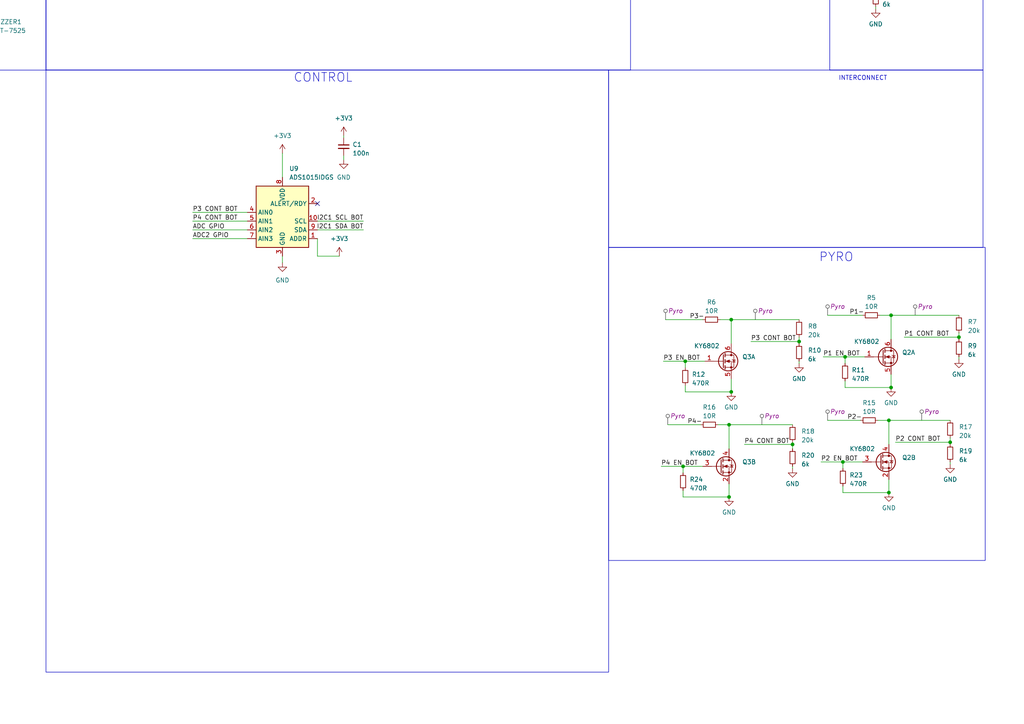
<source format=kicad_sch>
(kicad_sch (version 20230121) (generator eeschema)
  (paper "A4")
  (lib_symbols
    (symbol "Analog_ADC:ADS1015IDGS"
      (property "Reference" "U" (at 2.54 13.97 0))
      (property "Value" "ADS1015IDGS" (at 7.62 11.43 0))
      (symbol "ADS1015IDGS_1_1"
        (pin input line (at 10.16 -5.08 180) (length 2.54) (name "ADDR") (number "1"))
        (pin input line (at 10.16 0 180) (length 2.54) (name "SCL") (number "10"))
        (pin output line (at 10.16 5.08 180) (length 2.54) (name "ALERT/RDY") (number "2"))
        (pin power_in line (at 0 -10.16 90) (length 2.54) (name "GND") (number "3"))
        (pin input line (at -10.16 2.54 0) (length 2.54) (name "AIN0") (number "4"))
        (pin input line (at -10.16 0 0) (length 2.54) (name "AIN1") (number "5"))
        (pin input line (at -10.16 -2.54 0) (length 2.54) (name "AIN2") (number "6"))
        (pin input line (at -10.16 -5.08 0) (length 2.54) (name "AIN3") (number "7"))
        (pin power_in line (at 0 12.7 270) (length 2.54) (name "VDD") (number "8"))
        (pin bidirectional line (at 10.16 -2.54 180) (length 2.54) (name "SDA") (number "9"))
      )
    )
    (symbol "Connector:Screw_Terminal_01x08" (pin_names (offset 1.016) hide)
      (property "Reference" "J" (at 0 10.16 0))
      (property "Value" "Screw_Terminal_01x08" (at 0 -12.7 0))
      (symbol "Screw_Terminal_01x08_1_1"
        (pin passive line (at -5.08 7.62 0) (length 3.81) (name "Pin_1") (number "1"))
        (pin passive line (at -5.08 5.08 0) (length 3.81) (name "Pin_2") (number "2"))
        (pin passive line (at -5.08 2.54 0) (length 3.81) (name "Pin_3") (number "3"))
        (pin passive line (at -5.08 0 0) (length 3.81) (name "Pin_4") (number "4"))
        (pin passive line (at -5.08 -2.54 0) (length 3.81) (name "Pin_5") (number "5"))
        (pin passive line (at -5.08 -5.08 0) (length 3.81) (name "Pin_6") (number "6"))
        (pin passive line (at -5.08 -7.62 0) (length 3.81) (name "Pin_7") (number "7"))
        (pin passive line (at -5.08 -10.16 0) (length 3.81) (name "Pin_8") (number "8"))
      )
    )
    (symbol "Connector:TestPoint" (pin_numbers hide) (pin_names (offset 0.762) hide)
      (property "Reference" "TP" (at 0 6.858 0))
      (property "Value" "TestPoint" (at 0 5.08 0))
      (symbol "TestPoint_1_1"
        (pin passive line (at 0 0 90) (length 2.54) (name "1") (number "1"))
      )
    )
    (symbol "Device:C_Small" (pin_numbers hide) (pin_names (offset 0.254) hide)
      (property "Reference" "C" (at 0.254 1.778 0))
      (property "Value" "C_Small" (at 0.254 -2.032 0))
      (symbol "C_Small_1_1"
        (pin passive line (at 0 2.54 270) (length 2.032) (name "~") (number "1"))
        (pin passive line (at 0 -2.54 90) (length 2.032) (name "~") (number "2"))
      )
    )
    (symbol "Device:Fuse_Small" (pin_numbers hide) (pin_names (offset 0.254) hide)
      (property "Reference" "F" (at 0 -1.524 0))
      (property "Value" "Fuse_Small" (at 0 1.524 0))
      (symbol "Fuse_Small_1_1"
        (pin passive line (at -2.54 0 0) (length 1.27) (name "~") (number "1"))
        (pin passive line (at 2.54 0 180) (length 1.27) (name "~") (number "2"))
      )
    )
    (symbol "Device:LED" (pin_numbers hide) (pin_names (offset 1.016) hide)
      (property "Reference" "D" (at 0 2.54 0))
      (property "Value" "LED" (at 0 -2.54 0))
      (symbol "LED_1_1"
        (pin passive line (at -3.81 0 0) (length 2.54) (name "K") (number "1"))
        (pin passive line (at 3.81 0 180) (length 2.54) (name "A") (number "2"))
      )
    )
    (symbol "Device:Q_Dual_NMOS_G1S2G2D2S1D1" (pin_names (offset 0) hide)
      (property "Reference" "Q" (at 6.35 1.27 0))
      (property "Value" "Q_Dual_NMOS_G1S2G2D2S1D1" (at 19.05 -1.27 0))
      (symbol "Q_Dual_NMOS_G1S2G2D2S1D1_1_1"
        (pin input line (at -5.08 0 0) (length 2.54) (name "G") (number "1"))
        (pin passive line (at 2.54 -5.08 90) (length 2.54) (name "S") (number "5"))
        (pin passive line (at 2.54 5.08 270) (length 2.54) (name "D") (number "6"))
      )
      (symbol "Q_Dual_NMOS_G1S2G2D2S1D1_2_1"
        (pin passive line (at 2.54 -5.08 90) (length 2.54) (name "S") (number "2"))
        (pin input line (at -5.08 0 0) (length 2.54) (name "G") (number "3"))
        (pin passive line (at 2.54 5.08 270) (length 2.54) (name "D") (number "4"))
      )
    )
    (symbol "Device:R_Small" (pin_numbers hide) (pin_names (offset 0.254) hide)
      (property "Reference" "R" (at 0.762 0.508 0))
      (property "Value" "R_Small" (at 0.762 -1.016 0))
      (symbol "R_Small_1_1"
        (pin passive line (at 0 2.54 270) (length 0.762) (name "~") (number "1"))
        (pin passive line (at 0 -2.54 90) (length 0.762) (name "~") (number "2"))
      )
    )
    (symbol "Regulator_Linear:AMS1117-3.3"
      (property "Reference" "U" (at -3.81 3.175 0))
      (property "Value" "AMS1117-3.3" (at 0 3.175 0))
      (symbol "AMS1117-3.3_1_1"
        (pin power_in line (at 0 -7.62 90) (length 2.54) (name "GND") (number "1"))
        (pin power_out line (at 7.62 0 180) (length 2.54) (name "VO") (number "2"))
        (pin power_in line (at -7.62 0 0) (length 2.54) (name "VI") (number "3"))
      )
    )
    (symbol "Regulator_Linear:AMS1117-5.0"
      (property "Reference" "U" (at -3.81 3.175 0))
      (property "Value" "AMS1117-5.0" (at 0 3.175 0))
      (symbol "AMS1117-5.0_1_1"
        (pin power_in line (at 0 -7.62 90) (length 2.54) (name "GND") (number "1"))
        (pin power_out line (at 7.62 0 180) (length 2.54) (name "VO") (number "2"))
        (pin power_in line (at -7.62 0 0) (length 2.54) (name "VI") (number "3"))
      )
    )
    (symbol "Transistor_FET:AO3401A" (pin_names hide)
      (property "Reference" "Q" (at 5.08 1.905 0))
      (property "Value" "AO3401A" (at 5.08 0 0))
      (symbol "AO3401A_1_1"
        (pin input line (at -5.08 0 0) (length 2.54) (name "G") (number "1"))
        (pin passive line (at 2.54 -5.08 90) (length 2.54) (name "S") (number "2"))
        (pin passive line (at 2.54 5.08 270) (length 2.54) (name "D") (number "3"))
      )
    )
    (symbol "easyeda2kicad:FM-Z2727RGBA-SH"
      (property "Reference" "LED" (at 0 10.16 0))
      (property "Value" "FM-Z2727RGBA-SH" (at 0 -10.16 0))
      (symbol "FM-Z2727RGBA-SH_0_1"
        (pin unspecified line (at -5.08 -5.08 0) (length 2.54) (name "-") (number "1"))
        (pin unspecified line (at -5.08 0 0) (length 2.54) (name "-") (number "2"))
        (pin unspecified line (at -5.08 5.08 0) (length 2.54) (name "-") (number "3"))
        (pin unspecified line (at 5.08 5.08 180) (length 2.54) (name "+") (number "4"))
        (pin unspecified line (at 5.08 0 180) (length 2.54) (name "+") (number "5"))
        (pin unspecified line (at 5.08 -5.08 180) (length 2.54) (name "+") (number "6"))
      )
    )
    (symbol "easyeda2kicad:MLT-7525"
      (property "Reference" "BUZZER" (at 0 10.16 0))
      (property "Value" "MLT-7525" (at 0 -7.62 0))
      (symbol "MLT-7525_0_1"
        (pin unspecified line (at 5.08 0 180) (length 5.08) (name "+") (number "1"))
        (pin unspecified line (at 5.08 2.54 180) (length 5.08) (name "-") (number "2"))
        (pin unspecified line (at 5.08 5.08 180) (length 5.08) (name "3") (number "3"))
        (pin unspecified line (at 5.08 -2.54 180) (length 5.08) (name "4") (number "4"))
      )
    )
    (symbol "power:+12P" (power) (pin_names (offset 0))
      (property "Value" "+12P" (at 0 3.556 0))
      (symbol "+12P_1_1"
        (pin power_in line (at 0 0 90) (length 0) hide (name "+12P") (number "1"))
      )
    )
    (symbol "power:+12V" (power) (pin_names (offset 0))
      (property "Value" "+12V" (at 0 3.556 0))
      (symbol "+12V_1_1"
        (pin power_in line (at 0 0 90) (length 0) hide (name "+12V") (number "1"))
      )
    )
    (symbol "power:+12VA" (power) (pin_names (offset 0))
      (property "Value" "+12VA" (at 0 3.556 0))
      (symbol "+12VA_1_1"
        (pin power_in line (at 0 0 90) (length 0) hide (name "+12VA") (number "1"))
      )
    )
    (symbol "power:+3V3" (power) (pin_names (offset 0))
      (property "Value" "+3V3" (at 0 3.556 0))
      (symbol "+3V3_1_1"
        (pin power_in line (at 0 0 90) (length 0) hide (name "+3V3") (number "1"))
      )
    )
    (symbol "power:+5VD" (power) (pin_names (offset 0))
      (property "Value" "+5VD" (at 0 3.556 0))
      (symbol "+5VD_1_1"
        (pin power_in line (at 0 0 90) (length 0) hide (name "+5VD") (number "1"))
      )
    )
    (symbol "power:+BATT" (power) (pin_names (offset 0))
      (property "Value" "+BATT" (at 0 3.556 0))
      (symbol "+BATT_1_1"
        (pin power_in line (at 0 0 90) (length 0) hide (name "+BATT") (number "1"))
      )
    )
    (symbol "power:GND" (power) (pin_names (offset 0))
      (property "Value" "GND" (at 0 -3.81 0))
      (symbol "GND_1_1"
        (pin power_in line (at 0 0 270) (length 0) hide (name "GND") (number "1"))
      )
    )
  )
  (junction (at 254 -3.81))
  (junction (at 211.455 144.145))
  (junction (at 464.82 83.82))
  (junction (at -13.97 -10.795))
  (junction (at -13.97 -10.7863))
  (junction (at 275.59 128.27))
  (junction (at 257.81 142.875))
  (junction (at 446.405 75.565))
  (junction (at 231.775 99.06))
  (junction (at 198.12 135.255))
  (junction (at 198.755 104.775))
  (junction (at 244.475 133.985))
  (junction (at 229.87 128.905))
  (junction (at 278.13 97.79))
  (junction (at 370.205 77.47))
  (junction (at -14.605 -10.795))
  (junction (at 388.62 85.725))
  (junction (at -18.415 8.89))
  (junction (at -19.685 6.35))
  (junction (at 258.445 91.44))
  (junction (at 211.455 123.19))
  (junction (at 258.445 112.395))
  (junction (at 457.835 110.49))
  (junction (at 245.11 103.505))
  (junction (at 466.725 104.775))
  (junction (at 457.835 104.775))
  (junction (at 416.56 92.71))
  (junction (at 478.155 75.565))
  (junction (at 212.09 113.665))
  (junction (at 410.845 77.47))
  (junction (at 401.955 77.47))
  (junction (at 257.81 121.92))
  (junction (at 212.09 92.71))
  (junction (at 416.56 104.775))
  (no_connect (at 92.075 59.055))
  (wire (pts (xy 240.03 121.92) (xy 249.555 121.92)))
  (wire (pts (xy 55.88 61.595) (xy 71.755 61.595)))
  (wire (pts (xy 416.56 104.775) (xy 421.64 104.775)))
  (wire (pts (xy 259.715 128.27) (xy 275.59 128.27)))
  (wire (pts (xy 245.11 105.41) (xy 245.11 103.505)))
  (wire (pts (xy 429.26 144.78) (xy 433.07 144.78)))
  (wire (pts (xy 211.455 140.335) (xy 211.455 144.145)))
  (wire (pts (xy -13.829 -15.8663) (xy -15.099 -15.8663)))
  (wire (pts (xy 198.12 144.145) (xy 198.12 142.24)))
  (wire (pts (xy 464.82 83.82) (xy 478.155 83.82)))
  (wire (pts (xy 401.955 77.47) (xy 410.845 77.47)))
  (wire (pts (xy 478.155 83.82) (xy 478.155 81.28)))
  (wire (pts (xy 370.205 77.47) (xy 370.205 78.105)))
  (wire (pts (xy 254.635 121.92) (xy 257.81 121.92)))
  (wire (pts (xy -18.415 8.89) (xy -18.415 11.43)))
  (wire (pts (xy 231.775 104.775) (xy 231.775 105.41)))
  (wire (pts (xy 92.075 74.295) (xy 98.425 74.295)))
  (wire (pts (xy -20.955 8.89) (xy -18.415 8.89)))
  (wire (pts (xy 381 77.47) (xy 370.205 77.47)))
  (wire (pts (xy 231.775 99.06) (xy 231.775 99.695)))
  (wire (pts (xy 478.155 75.565) (xy 478.155 76.2)))
  (wire (pts (xy 396.24 104.775) (xy 403.225 104.775)))
  (wire (pts (xy 257.81 121.92) (xy 257.81 128.905)))
  (wire (pts (xy 55.88 69.215) (xy 71.755 69.215)))
  (wire (pts (xy 440.69 75.565) (xy 446.405 75.565)))
  (wire (pts (xy 369.57 110.49) (xy 369.57 111.76)))
  (wire (pts (xy 198.755 104.775) (xy 204.47 104.775)))
  (wire (pts (xy 212.09 109.855) (xy 212.09 113.665)))
  (wire (pts (xy 211.455 123.19) (xy 211.455 130.175)))
  (wire (pts (xy -27.164 6.3587) (xy -19.685 6.3587)))
  (wire (pts (xy 396.24 77.47) (xy 401.955 77.47)))
  (wire (pts (xy 369.57 102.87) (xy 369.57 101.6)))
  (wire (pts (xy 388.62 85.725) (xy 401.955 85.725)))
  (wire (pts (xy 99.695 45.085) (xy 99.695 46.355)))
  (wire (pts (xy 412.75 155.575) (xy 412.75 154.305)))
  (wire (pts (xy 244.475 135.89) (xy 244.475 133.985)))
  (wire (pts (xy -15.099 -15.8663) (xy -15.099 -15.875)))
  (wire (pts (xy 422.91 142.24) (xy 433.07 142.24)))
  (wire (pts (xy 255.27 91.44) (xy 258.445 91.44)))
  (wire (pts (xy 446.405 75.565) (xy 446.405 76.2)))
  (wire (pts (xy 191.77 135.255) (xy 198.12 135.255)))
  (wire (pts (xy 413.385 104.775) (xy 416.56 104.775)))
  (wire (pts (xy -34.29 -15.875) (xy -24.765 -15.875)))
  (wire (pts (xy 417.195 77.47) (xy 410.845 77.47)))
  (wire (pts (xy 466.725 110.49) (xy 457.835 110.49)))
  (wire (pts (xy 401.955 77.47) (xy 401.955 78.105)))
  (wire (pts (xy 258.445 91.44) (xy 278.13 91.44)))
  (wire (pts (xy 370.205 85.725) (xy 388.62 85.725)))
  (wire (pts (xy -19.685 3.81) (xy -16.51 3.81)))
  (wire (pts (xy -18.415 11.43) (xy -16.51 11.43)))
  (wire (pts (xy 6.35 -19.685) (xy 6.35 -20.955)))
  (wire (pts (xy 245.11 112.395) (xy 245.11 110.49)))
  (wire (pts (xy 396.24 151.765) (xy 398.78 151.765)))
  (wire (pts (xy -15.734 -10.795) (xy -14.605 -10.795)))
  (wire (pts (xy 471.17 104.775) (xy 466.725 104.775)))
  (wire (pts (xy 416.56 91.44) (xy 416.56 92.71)))
  (wire (pts (xy 198.12 135.255) (xy 203.835 135.255)))
  (wire (pts (xy 254 -5.08) (xy 254 -3.81)))
  (wire (pts (xy -13.829 -15.8663) (xy -13.829 -10.7863)))
  (wire (pts (xy -19.685 6.35) (xy -19.685 3.81)))
  (wire (pts (xy 212.09 92.71) (xy 212.09 99.695)))
  (wire (pts (xy 211.455 144.145) (xy 198.12 144.145)))
  (wire (pts (xy 278.13 103.505) (xy 278.13 104.14)))
  (wire (pts (xy 254 -3.81) (xy 254 -3.175)))
  (wire (pts (xy 254 -10.795) (xy 254 -10.16)))
  (wire (pts (xy 278.13 97.79) (xy 278.13 98.425)))
  (wire (pts (xy -20.955 9.525) (xy -20.955 8.89)))
  (wire (pts (xy 257.81 121.92) (xy 275.59 121.92)))
  (wire (pts (xy 429.26 154.94) (xy 433.07 154.94)))
  (wire (pts (xy 55.88 64.135) (xy 71.755 64.135)))
  (wire (pts (xy 466.725 109.855) (xy 466.725 110.49)))
  (wire (pts (xy 215.9 128.905) (xy 229.87 128.905)))
  (wire (pts (xy 193.675 123.19) (xy 203.2 123.19)))
  (wire (pts (xy -7.62 -10.795) (xy -5.715 -10.795)))
  (wire (pts (xy 262.255 97.79) (xy 278.13 97.79)))
  (wire (pts (xy 217.805 99.06) (xy 231.775 99.06)))
  (wire (pts (xy 483.87 140.335) (xy 473.075 140.335)))
  (wire (pts (xy 396.24 144.145) (xy 414.655 144.145)))
  (wire (pts (xy 6.35 -12.065) (xy 6.35 -10.795)))
  (wire (pts (xy 369.57 95.25) (xy 369.57 96.52)))
  (wire (pts (xy 275.59 128.27) (xy 275.59 128.905)))
  (wire (pts (xy -13.97 -10.7863) (xy -15.734 -10.7863)))
  (wire (pts (xy 422.91 147.32) (xy 433.07 147.32)))
  (wire (pts (xy 370.205 83.185) (xy 370.205 85.725)))
  (wire (pts (xy 401.955 85.725) (xy 401.955 83.185)))
  (wire (pts (xy 198.12 137.16) (xy 198.12 135.255)))
  (wire (pts (xy 422.91 157.48) (xy 433.07 157.48)))
  (wire (pts (xy 258.445 108.585) (xy 258.445 112.395)))
  (wire (pts (xy 231.775 97.79) (xy 231.775 99.06)))
  (wire (pts (xy 426.72 104.775) (xy 457.835 104.775)))
  (wire (pts (xy -13.829 -10.7863) (xy -13.97 -10.7863)))
  (wire (pts (xy 364.49 77.47) (xy 370.205 77.47)))
  (wire (pts (xy 416.56 92.71) (xy 421.64 92.71)))
  (wire (pts (xy 92.075 69.215) (xy 92.075 74.295)))
  (wire (pts (xy 212.09 92.71) (xy 231.775 92.71)))
  (wire (pts (xy 240.03 91.44) (xy 250.19 91.44)))
  (wire (pts (xy 238.76 103.505) (xy 245.11 103.505)))
  (wire (pts (xy 472.44 75.565) (xy 478.155 75.565)))
  (wire (pts (xy 466.725 104.775) (xy 457.835 104.775)))
  (wire (pts (xy 212.09 113.665) (xy 198.755 113.665)))
  (wire (pts (xy 464.82 83.185) (xy 464.82 83.82)))
  (wire (pts (xy 396.24 156.845) (xy 398.78 156.845)))
  (wire (pts (xy 208.28 123.19) (xy 211.455 123.19)))
  (wire (pts (xy 257.81 139.065) (xy 257.81 142.875)))
  (wire (pts (xy 422.91 152.4) (xy 433.07 152.4)))
  (wire (pts (xy -13.97 -10.795) (xy -12.7 -10.795)))
  (wire (pts (xy 193.04 92.71) (xy 203.835 92.71)))
  (wire (pts (xy 6.35 -27.305) (xy 6.35 -26.035)))
  (wire (pts (xy 81.915 44.45) (xy 81.915 51.435)))
  (wire (pts (xy -15.099 -15.875) (xy -14.605 -15.875)))
  (wire (pts (xy 229.87 128.27) (xy 229.87 128.905)))
  (wire (pts (xy 396.24 149.225) (xy 398.78 149.225)))
  (wire (pts (xy 429.26 139.7) (xy 433.07 139.7)))
  (wire (pts (xy 483.87 135.255) (xy 473.075 135.255)))
  (wire (pts (xy 278.13 96.52) (xy 278.13 97.79)))
  (wire (pts (xy -14.605 -10.795) (xy -13.97 -10.795)))
  (wire (pts (xy 275.59 133.985) (xy 275.59 134.62)))
  (wire (pts (xy 457.2 75.565) (xy 446.405 75.565)))
  (wire (pts (xy 410.845 78.105) (xy 410.845 77.47)))
  (wire (pts (xy 229.87 128.905) (xy 229.87 130.175)))
  (wire (pts (xy 396.24 146.685) (xy 402.59 146.685)))
  (wire (pts (xy 457.835 109.855) (xy 457.835 110.49)))
  (wire (pts (xy 244.475 133.985) (xy 250.19 133.985)))
  (wire (pts (xy 92.075 64.135) (xy 105.41 64.135)))
  (wire (pts (xy 229.87 135.255) (xy 229.87 135.89)))
  (wire (pts (xy 478.155 75.565) (xy 492.76 75.565)))
  (wire (pts (xy 258.445 112.395) (xy 245.11 112.395)))
  (wire (pts (xy -34.29 -10.795) (xy -24.765 -10.795)))
  (wire (pts (xy 275.59 127) (xy 275.59 128.27)))
  (wire (pts (xy 92.075 66.675) (xy 105.41 66.675)))
  (wire (pts (xy -18.415 8.89) (xy -16.51 8.89)))
  (wire (pts (xy 416.56 92.71) (xy 416.56 93.98)))
  (wire (pts (xy -13.97 -10.7863) (xy -13.97 -10.795)))
  (wire (pts (xy 388.62 85.09) (xy 388.62 85.725)))
  (wire (pts (xy -34.29 -5.715) (xy -24.765 -5.715)))
  (wire (pts (xy 211.455 123.19) (xy 229.87 123.19)))
  (wire (pts (xy 198.755 113.665) (xy 198.755 111.76)))
  (wire (pts (xy -19.685 6.35) (xy -16.51 6.35)))
  (wire (pts (xy 257.81 142.875) (xy 244.475 142.875)))
  (wire (pts (xy 416.56 99.06) (xy 416.56 104.775)))
  (wire (pts (xy -13.97 -5.715) (xy -13.97 -10.7863)))
  (wire (pts (xy 446.405 81.28) (xy 446.405 83.82)))
  (wire (pts (xy 208.915 92.71) (xy 212.09 92.71)))
  (wire (pts (xy 388.62 86.36) (xy 388.62 85.725)))
  (wire (pts (xy 464.82 84.455) (xy 464.82 83.82)))
  (wire (pts (xy 99.695 39.37) (xy 99.695 40.005)))
  (wire (pts (xy 368.3 137.795) (xy 378.46 137.795)))
  (wire (pts (xy 429.26 149.86) (xy 433.07 149.86)))
  (wire (pts (xy 198.755 106.68) (xy 198.755 104.775)))
  (wire (pts (xy -19.685 6.3587) (xy -19.685 6.35)))
  (wire (pts (xy -15.734 -10.7863) (xy -15.734 -10.795)))
  (wire (pts (xy 81.915 74.295) (xy 81.915 76.2)))
  (wire (pts (xy 254 1.905) (xy 254 2.54)))
  (wire (pts (xy 258.445 91.44) (xy 258.445 98.425)))
  (wire (pts (xy 238.125 133.985) (xy 244.475 133.985)))
  (wire (pts (xy 245.11 103.505) (xy 250.825 103.505)))
  (wire (pts (xy 412.75 154.305) (xy 396.24 154.305)))
  (wire (pts (xy 192.405 104.775) (xy 198.755 104.775)))
  (wire (pts (xy 244.475 142.875) (xy 244.475 140.97)))
  (wire (pts (xy 446.405 83.82) (xy 464.82 83.82)))
  (wire (pts (xy 55.88 66.675) (xy 71.755 66.675)))
  (wire (pts (xy 254 -3.81) (xy 275.59 -3.81)))
  (wire (pts (xy -14.605 -5.715) (xy -13.97 -5.715)))
  (rectangle (start 176.53 20.32) (end 285.115 71.755))
  (rectangle (start 13.335 -15.875) (end 182.88 20.3113))
  (rectangle (start 347.345 62.865) (end 496.57 120.65))
  (rectangle (start 176.53 71.755) (end 285.75 162.56))
  (rectangle (start 13.335 20.32) (end 176.53 194.945))
  (rectangle (start 240.665 -29.845) (end 285.115 20.32))
  (rectangle (start -38.1 -36.195) (end 13.335 20.3287))
  (text "I/O\n\n" (at 381 135.255 0) (effects (font (size 2.54 2.54)) (justify left bottom)))
  (text "INTERCONNECT" (at 243.205 23.495 0) (effects (font (size 1.27 1.27)) (justify left bottom)))
  (text "POWER\n" (at 418.465 70.485 0) (effects (font (size 2.54 2.54)) (justify left bottom)))
  (text "CONTROL\n" (at 85.09 24.13 0) (effects (font (size 2.54 2.54)) (justify left bottom)))
  (text "PYRO" (at 237.49 76.2 0) (effects (font (size 2.54 2.54)) (justify left bottom)))
  (text "BATTERY SENSING" (at 244.475 -24.13 0) (effects (font (size 2.54 2.54)) (justify left bottom)))
  (text "INDICATION" (at -18.415 -31.75 0) (effects (font (size 2.54 2.54)) (justify left bottom)))
  (label "P2-" (at 245.745 121.92 0))
  (label "LEDRED" (at -34.29 -15.875 0))
  (label "P4-" (at 429.26 139.7 0))
  (label "P3-" (at 429.26 144.78 0))
  (label "I2C1 SCL BOT" (at 105.41 64.135 180))
  (label "P3 EN BOT" (at 192.405 104.775 0))
  (label "LEDBLUE" (at -34.29 -5.715 0))
  (label "BATT SENSE BOT" (at 275.59 -3.81 180))
  (label "P4 EN BOT" (at 191.77 135.255 0))
  (label "P4-" (at 199.39 123.19 0))
  (label "P1-" (at 246.38 91.44 0))
  (label "P4 CONT BOT" (at 55.88 64.135 0))
  (label "P3 CONT BOT" (at 217.805 99.06 0))
  (label "P2 EN BOT" (at 238.125 133.985 0))
  (label "ADC GPIO" (at 55.88 66.675 0))
  (label "PYRO PWR" (at 422.91 142.24 0))
  (label "LEDGREEN" (at -34.29 -10.795 0))
  (label "I2C1 SDA BOT" (at 105.41 66.675 180))
  (label "BUZZER" (at -27.164 6.3587 0))
  (label "P1 CONT BOT" (at 262.255 97.79 0))
  (label "P2 CONT BOT" (at 259.715 128.27 0))
  (label "P1-" (at 429.26 154.94 0))
  (label "I2C0 SDA" (at 473.075 135.255 0))
  (label "PYRO PWR" (at 414.655 144.145 180))
  (label "ADC2 GPIO" (at 55.88 69.215 0))
  (label "P2-" (at 429.26 149.86 0))
  (label "I2C0 SCL" (at 473.075 140.335 0))
  (label "PYRO PWR" (at 422.91 147.32 0))
  (label "P1 EN BOT" (at 238.76 103.505 0))
  (label "PYRO PWR" (at 422.91 157.48 0))
  (label "PYRO PWR" (at 422.91 152.4 0))
  (label "P3-" (at 200.025 92.71 0))
  (label "P4 CONT BOT" (at 215.9 128.905 0))
  (label "P3 CONT BOT" (at 55.88 61.595 0))
  (netclass_flag "" (length 2.54) (shape round) (at 396.875 104.775 180) (property "Netclass" "Power" (at 397.5735 107.315 0) (effects (font italic) (justify left))))
  (netclass_flag "" (length 2.54) (shape round) (at 374.015 137.795 0) (property "Netclass" "Power" (at 374.7135 135.255 0) (effects (font italic) (justify left))))
  (netclass_flag "" (length 2.54) (shape round) (at 240.03 121.92 0) (property "Netclass" "Pyro" (at 240.7285 119.38 0) (effects (font italic) (justify left))))
  (netclass_flag "" (length 2.54) (shape round) (at 193.04 92.71 0) (property "Netclass" "Pyro" (at 193.7385 90.17 0) (effects (font italic) (justify left))))
  (netclass_flag "" (length 2.54) (shape round) (at 267.335 121.92 0) (property "Netclass" "Pyro" (at 268.0335 119.38 0) (effects (font italic) (justify left))))
  (netclass_flag "" (length 2.54) (shape round) (at 220.98 123.19 0) (property "Netclass" "Pyro" (at 221.6785 120.65 0) (effects (font italic) (justify left))))
  (netclass_flag "" (length 2.54) (shape round) (at 193.675 123.19 0) (property "Netclass" "Pyro" (at 194.3735 120.65 0) (effects (font italic) (justify left))))
  (netclass_flag "" (length 2.54) (shape round) (at 485.14 75.565 270) (property "Netclass" "Power" (at 487.68 74.8665 90) (effects (font italic) (justify left))))
  (netclass_flag "" (length 2.54) (shape round) (at 219.075 92.71 0) (property "Netclass" "Pyro" (at 219.7735 90.17 0) (effects (font italic) (justify left))))
  (netclass_flag "" (length 2.54) (shape round) (at 265.43 91.44 0) (property "Netclass" "Pyro" (at 266.1285 88.9 0) (effects (font italic) (justify left))))
  (netclass_flag "" (length 2.54) (shape round) (at 421.64 92.71 180) (property "Netclass" "Power" (at 422.3385 95.25 0) (effects (font italic) (justify left))))
  (netclass_flag "" (length 2.54) (shape round) (at 445.135 104.775 180) (property "Netclass" "Power" (at 445.8335 107.315 0) (effects (font italic) (justify left))))
  (netclass_flag "" (length 2.54) (shape round) (at 240.03 91.44 0) (property "Netclass" "Pyro" (at 240.7285 88.9 0) (effects (font italic) (justify left))))
  (symbol (lib_id "Device:R_Small") (at 252.73 91.44 90) (unit 1)
    (property "Reference" "R5" (at 252.73 86.36 90))
    (property "Value" "10R" (at 252.73 88.9 90))
    (property "Footprint" "Resistor_SMD:R_0402_1005Metric" (effects hide))
    (instances (project "Lyrav3" (path "" (reference "R5") (unit 1)) (path "" (reference "R17") (unit 1))) (project "Lyra V2" (path "" (reference "R5") (unit 1))))
  )
  (symbol (lib_id "power:+12VA") (at 440.69 75.565 90) (unit 1)
    (property "Reference" "#PWR03" (effects hide))
    (property "Value" "+12VA" (at 437.515 76.2 90) (effects (justify left)))
    (instances (project "Lyrav3" (path "" (reference "#PWR03") (unit 1)) (path "" (reference "#PWR081") (unit 1))) (project "Lyra V2" (path "" (reference "#PWR022") (unit 1))))
  )
  (symbol (lib_id "Device:LED") (at 6.35 -15.875 90) (unit 1)
    (property "Reference" "D3" (at 3.175 -13.6525 90) (effects (justify left)))
    (property "Value" "LED" (at 3.175 -15.875 90) (effects (justify left)))
    (property "Footprint" "LED_SMD:LED_0805_2012Metric" (effects hide))
    (instances (project "Lyrav3" (path "" (reference "D3") (unit 1)) (path "" (reference "D1") (unit 1))) (project "Lyra V2" (path "" (reference "D2") (unit 1))))
  )
  (symbol (lib_id "Device:R_Small") (at 278.13 100.965 0) (unit 1)
    (property "Reference" "R9" (at 280.67 100.33 0) (effects (justify left)))
    (property "Value" "6k" (at 280.67 102.87 0) (effects (justify left)))
    (property "Footprint" "Resistor_SMD:R_0402_1005Metric" (effects hide))
    (instances (project "Lyrav3" (path "" (reference "R9") (unit 1)) (path "" (reference "R27") (unit 1))) (project "Lyra V2" (path "" (reference "R9") (unit 1))))
  )
  (symbol (lib_id "Device:C_Small") (at 99.695 42.545 0) (unit 1)
    (property "Reference" "C1" (at 102.235 41.9163 0) (effects (justify left)))
    (property "Value" "100n" (at 102.235 44.4563 0) (effects (justify left)))
    (property "Footprint" "Capacitor_SMD:C_0402_1005Metric" (effects hide))
    (instances (project "Lyrav3" (path "" (reference "C1") (unit 1)) (path "" (reference "C1") (unit 1))) (project "Lyra V2" (path "" (reference "C30") (unit 1))))
  )
  (symbol (lib_id "Connector:TestPoint") (at 483.87 140.335 270) (unit 1)
    (property "Reference" "TP1" (at 489.585 139.065 90) (effects (justify left)))
    (property "Value" "TestPoint" (at 489.585 141.605 90) (effects (justify left)))
    (instances (project "Lyrav3" (path "" (reference "TP1") (unit 1)) (path "" (reference "TP2") (unit 1))))
  )
  (symbol (lib_id "power:GND") (at 369.57 111.76 0) (unit 1)
    (property "Reference" "#PWR031" (effects hide))
    (property "Value" "GND" (at 369.57 116.84 0))
    (instances (project "Lyrav3" (path "" (reference "#PWR031") (unit 1)) (path "" (reference "#PWR06") (unit 1))) (project "Lyra V2" (path "" (reference "#PWR04") (unit 1))))
  )
  (symbol (lib_id "power:GND") (at 212.09 113.665 0) (unit 1)
    (property "Reference" "#PWR062" (effects hide))
    (property "Value" "GND" (at 212.09 118.11 0))
    (instances (project "Lyrav3" (path "" (reference "#PWR062") (unit 1)) (path "" (reference "#PWR061") (unit 1))) (project "Lyra V2" (path "" (reference "#PWR034") (unit 1))))
  )
  (symbol (lib_id "Device:C_Small") (at 446.405 78.74 0) (unit 1)
    (property "Reference" "C4" (at 448.945 78.1113 0) (effects (justify left)))
    (property "Value" "22u" (at 448.945 80.6513 0) (effects (justify left)))
    (property "Footprint" "Capacitor_SMD:C_0603_1608Metric" (effects hide))
    (instances (project "Lyrav3" (path "" (reference "C4") (unit 1)) (path "" (reference "C4") (unit 1))) (project "Lyra V2" (path "" (reference "C2") (unit 1))))
  )
  (symbol (lib_id "power:GND") (at 254 2.54 0) (unit 1)
    (property "Reference" "#PWR046" (effects hide))
    (property "Value" "GND" (at 254 6.985 0))
    (instances (project "Lyrav3" (path "" (reference "#PWR046") (unit 1)) (path "" (reference "#PWR068") (unit 1))) (project "Lyra V2" (path "" (reference "#PWR047") (unit 1))))
  )
  (symbol (lib_id "Transistor_FET:AO3401A") (at 408.305 107.315 90) (unit 1)
    (property "Reference" "Q1" (at 408.305 99.06 90))
    (property "Value" "AO3401A" (at 408.305 101.6 90))
    (property "Footprint" "Package_TO_SOT_SMD:SOT-23" (effects hide))
    (property "Datasheet" "http://www.aosmd.com/pdfs/datasheet/AO3401A.pdf" (effects hide))
    (property "LCSC Part" "C306862" (effects hide))
  )
  (symbol (lib_id "Device:Q_Dual_NMOS_G1S2G2D2S1D1") (at 209.55 104.775 0) (unit 1)
    (property "Reference" "Q3" (at 215.265 103.505 0) (effects (justify left)))
    (property "Value" "KY6802" (at 201.295 100.33 0) (effects (justify left)))
    (property "Footprint" "easyeda2kicad:SOT-23-6_L2.9-W1.6-P0.95-LS2.8-BL" (effects hide))
    (property "LCSC Part" "C3029282" (effects hide))
    (instances (project "Lyrav3" (path "" (reference "Q3") (unit 1)) (path "" (reference "Q2") (unit 1))))
  )
  (symbol (lib_id "Device:C_Small") (at 478.155 78.74 0) (unit 1)
    (property "Reference" "C3" (at 480.695 78.1113 0) (effects (justify left)))
    (property "Value" "22u" (at 480.695 80.6513 0) (effects (justify left)))
    (property "Footprint" "Capacitor_SMD:C_0603_1608Metric" (effects hide))
    (instances (project "Lyrav3" (path "" (reference "C3") (unit 1)) (path "" (reference "C12") (unit 1))) (project "Lyra V2" (path "" (reference "C8") (unit 1))))
  )
  (symbol (lib_id "Device:R_Small") (at 275.59 124.46 0) (unit 1)
    (property "Reference" "R17" (at 278.13 123.825 0) (effects (justify left)))
    (property "Value" "20k" (at 278.13 126.365 0) (effects (justify left)))
    (property "Footprint" "Resistor_SMD:R_0402_1005Metric" (effects hide))
    (instances (project "Lyrav3" (path "" (reference "R17") (unit 1)) (path "" (reference "R20") (unit 1))) (project "Lyra V2" (path "" (reference "R6") (unit 1))))
  )
  (symbol (lib_id "power:+12P") (at 416.56 91.44 0) (unit 1)
    (property "Reference" "#PWR016" (effects hide))
    (property "Value" "+12P" (at 416.56 87.63 0))
    (instances (project "Lyrav3" (path "" (reference "#PWR016") (unit 1)) (path "" (reference "#PWR078") (unit 1))) (project "Lyra V2" (path "" (reference "#PWR010") (unit 1))))
  )
  (symbol (lib_id "Device:C_Small") (at 457.835 107.315 0) (unit 1)
    (property "Reference" "C11" (at 460.375 106.6863 0) (effects (justify left)))
    (property "Value" "10u" (at 460.375 109.2263 0) (effects (justify left)))
    (property "Footprint" "Capacitor_SMD:C_0603_1608Metric" (effects hide))
    (instances (project "Lyrav3" (path "" (reference "C11") (unit 1)) (path "" (reference "C5") (unit 1))) (project "Lyra V2" (path "" (reference "C6") (unit 1))))
  )
  (symbol (lib_id "Connector:Screw_Terminal_01x08") (at 391.16 146.685 0) (mirror y) (unit 1)
    (property "Reference" "J3" (at 387.985 146.685 0) (effects (justify left)))
    (property "Value" "Screw_Terminal_01x08" (at 387.985 149.225 0) (effects (justify left)))
    (property "Footprint" "TerminalBlock_Phoenix:TerminalBlock_Phoenix_MPT-0,5-8-2.54_1x08_P2.54mm_Horizontal" (effects hide))
    (instances (project "Lyrav3" (path "" (reference "J3") (unit 1)) (path "" (reference "J1") (unit 1))))
  )
  (symbol (lib_id "power:GND") (at 229.87 135.89 0) (unit 1)
    (property "Reference" "#PWR068" (effects hide))
    (property "Value" "GND" (at 229.87 140.335 0))
    (instances (project "Lyrav3" (path "" (reference "#PWR068") (unit 1)) (path "" (reference "#PWR062") (unit 1))) (project "Lyra V2" (path "" (reference "#PWR040") (unit 1))))
  )
  (symbol (lib_id "Device:Q_Dual_NMOS_G1S2G2D2S1D1") (at 255.905 103.505 0) (unit 1)
    (property "Reference" "Q2" (at 261.62 102.235 0) (effects (justify left)))
    (property "Value" "KY6802" (at 247.65 99.06 0) (effects (justify left)))
    (property "Footprint" "easyeda2kicad:SOT-23-6_L2.9-W1.6-P0.95-LS2.8-BL" (effects hide))
    (property "LCSC Part" "C3029282" (effects hide))
    (instances (project "Lyrav3" (path "" (reference "Q2") (unit 1)) (path "" (reference "Q3") (unit 1))))
  )
  (symbol (lib_id "Device:R_Small") (at 206.375 92.71 90) (unit 1)
    (property "Reference" "R6" (at 206.375 87.63 90))
    (property "Value" "10R" (at 206.375 90.17 90))
    (property "Footprint" "Resistor_SMD:R_0402_1005Metric" (effects hide))
    (instances (project "Lyrav3" (path "" (reference "R6") (unit 1)) (path "" (reference "R7") (unit 1))) (project "Lyra V2" (path "" (reference "R5") (unit 1))))
  )
  (symbol (lib_id "power:+3V3") (at 81.915 44.45 0) (unit 1)
    (property "Reference" "#PWR066" (effects hide))
    (property "Value" "+3V3" (at 81.915 39.37 0))
    (instances (project "Lyrav3" (path "" (reference "#PWR066") (unit 1)) (path "" (reference "#PWR014") (unit 1))))
  )
  (symbol (lib_id "Device:Q_Dual_NMOS_G1S2G2D2S1D1") (at 255.27 133.985 0) (unit 2)
    (property "Reference" "Q2" (at 261.62 132.715 0) (effects (justify left)))
    (property "Value" "KY6802" (at 246.38 130.175 0) (effects (justify left)))
    (property "Footprint" "easyeda2kicad:SOT-23-6_L2.9-W1.6-P0.95-LS2.8-BL" (effects hide))
    (property "LCSC Part" "C3029282" (effects hide))
    (instances (project "Lyrav3" (path "" (reference "Q2") (unit 2)) (path "" (reference "Q3") (unit 2))))
  )
  (symbol (lib_id "power:GND") (at 99.695 46.355 0) (unit 1)
    (property "Reference" "#PWR0118" (effects hide))
    (property "Value" "GND" (at 99.695 51.435 0))
    (instances (project "Lyrav3" (path "" (reference "#PWR0118") (unit 1)) (path "" (reference "#PWR027") (unit 1))))
  )
  (symbol (lib_id "power:+12V") (at 254 -10.795 0) (unit 1)
    (property "Reference" "#PWR041" (effects hide))
    (property "Value" "+12V" (at 254 -14.605 0))
    (instances (project "Lyrav3" (path "" (reference "#PWR041") (unit 1)) (path "" (reference "#PWR067") (unit 1))) (project "Lyra V2" (path "" (reference "#PWR046") (unit 1))))
  )
  (symbol (lib_id "Analog_ADC:ADS1015IDGS") (at 81.915 64.135 0) (unit 1)
    (property "Reference" "U9" (at 83.8709 48.895 0) (effects (justify left)))
    (property "Value" "ADS1015IDGS" (at 83.8709 51.435 0) (effects (justify left)))
    (property "Footprint" "easyeda2kicad:X2QFN-10_L2.0-W1.5-P0.50-BL" (effects hide))
    (property "Datasheet" "http://www.ti.com/lit/ds/symlink/ads1015.pdf" (effects hide))
    (property "LCSC Part" "C468259" (effects hide))
  )
  (symbol (lib_id "power:+BATT") (at 398.78 156.845 270) (unit 1)
    (property "Reference" "#PWR0111" (effects hide))
    (property "Value" "+BATT" (at 401.955 156.845 90) (effects (justify left)))
    (instances (project "Lyrav3" (path "" (reference "#PWR0111") (unit 1)) (path "" (reference "#PWR025") (unit 1))) (project "Lyra V2" (path "" (reference "#PWR018") (unit 1))))
  )
  (symbol (lib_id "Device:R_Small") (at 369.57 99.06 180) (unit 1)
    (property "Reference" "R1" (at 371.475 98.425 0) (effects (justify right)))
    (property "Value" "1k" (at 371.475 100.965 0) (effects (justify right)))
    (property "Footprint" "Resistor_SMD:R_0402_1005Metric" (effects hide))
  )
  (symbol (lib_id "Device:R_Small") (at 231.775 102.235 0) (unit 1)
    (property "Reference" "R10" (at 234.315 101.6 0) (effects (justify left)))
    (property "Value" "6k" (at 234.315 104.14 0) (effects (justify left)))
    (property "Footprint" "Resistor_SMD:R_0402_1005Metric" (effects hide))
    (instances (project "Lyrav3" (path "" (reference "R10") (unit 1)) (path "" (reference "R11") (unit 1))) (project "Lyra V2" (path "" (reference "R9") (unit 1))))
  )
  (symbol (lib_id "power:+12V") (at 398.78 149.225 270) (unit 1)
    (property "Reference" "#PWR0106" (effects hide))
    (property "Value" "+12V" (at 402.59 149.225 90) (effects (justify left)))
    (instances (project "Lyrav3" (path "" (reference "#PWR0106") (unit 1)) (path "" (reference "#PWR019") (unit 1))) (project "Lyra V2" (path "" (reference "#PWR015") (unit 1))))
  )
  (symbol (lib_id "power:+BATT") (at 368.3 137.795 90) (unit 1)
    (property "Reference" "#PWR0108" (effects hide))
    (property "Value" "+BATT" (at 365.125 137.795 90) (effects (justify left)))
    (instances (project "Lyrav3" (path "" (reference "#PWR0108") (unit 1)) (path "" (reference "#PWR04") (unit 1))) (project "Lyra V2" (path "" (reference "#PWR018") (unit 1))))
  )
  (symbol (lib_id "power:+BATT") (at 378.46 137.795 270) (unit 1)
    (property "Reference" "#PWR093" (effects hide))
    (property "Value" "+BATT" (at 381.635 137.795 90) (effects (justify left)))
    (instances (project "Lyrav3" (path "" (reference "#PWR093") (unit 1)) (path "" (reference "#PWR09") (unit 1))) (project "Lyra V2" (path "" (reference "#PWR018") (unit 1))))
  )
  (symbol (lib_id "Connector:TestPoint") (at 483.87 135.255 270) (unit 1)
    (property "Reference" "TP2" (at 489.585 133.985 90) (effects (justify left)))
    (property "Value" "TestPoint" (at 489.585 136.525 90) (effects (justify left)))
    (instances (project "Lyrav3" (path "" (reference "TP2") (unit 1)) (path "" (reference "TP1") (unit 1))))
  )
  (symbol (lib_id "Device:R_Small") (at 275.59 131.445 0) (unit 1)
    (property "Reference" "R19" (at 278.13 130.81 0) (effects (justify left)))
    (property "Value" "6k" (at 278.13 133.35 0) (effects (justify left)))
    (property "Footprint" "Resistor_SMD:R_0402_1005Metric" (effects hide))
    (instances (project "Lyrav3" (path "" (reference "R19") (unit 1)) (path "" (reference "R23") (unit 1))) (project "Lyra V2" (path "" (reference "R7") (unit 1))))
  )
  (symbol (lib_id "Device:R_Small") (at 245.11 107.95 180) (unit 1)
    (property "Reference" "R11" (at 247.015 107.315 0) (effects (justify right)))
    (property "Value" "470R" (at 247.015 109.855 0) (effects (justify right)))
    (property "Footprint" "Resistor_SMD:R_0402_1005Metric" (effects hide))
    (instances (project "Lyrav3" (path "" (reference "R11") (unit 1)) (path "" (reference "R15") (unit 1))) (project "Lyra V2" (path "" (reference "R3") (unit 1))))
  )
  (symbol (lib_id "power:+3V3") (at 417.195 77.47 270) (unit 1)
    (property "Reference" "#PWR06" (effects hide))
    (property "Value" "+3V3" (at 420.37 78.105 90) (effects (justify left)))
    (instances (project "Lyrav3" (path "" (reference "#PWR06") (unit 1)) (path "" (reference "#PWR080") (unit 1))) (project "Lyra V2" (path "" (reference "#PWR011") (unit 1))))
  )
  (symbol (lib_id "Device:R_Small") (at 252.095 121.92 90) (unit 1)
    (property "Reference" "R15" (at 252.095 116.84 90))
    (property "Value" "10R" (at 252.095 119.38 90))
    (property "Footprint" "Resistor_SMD:R_0402_1005Metric" (effects hide))
    (instances (project "Lyrav3" (path "" (reference "R15") (unit 1)) (path "" (reference "R16") (unit 1))) (project "Lyra V2" (path "" (reference "R4") (unit 1))))
  )
  (symbol (lib_id "power:+BATT") (at 398.78 151.765 270) (unit 1)
    (property "Reference" "#PWR0109" (effects hide))
    (property "Value" "+BATT" (at 401.955 151.765 90) (effects (justify left)))
    (instances (project "Lyrav3" (path "" (reference "#PWR0109") (unit 1)) (path "" (reference "#PWR024") (unit 1))) (project "Lyra V2" (path "" (reference "#PWR016") (unit 1))))
  )
  (symbol (lib_id "Device:R_Small") (at 6.35 -23.495 180) (unit 1)
    (property "Reference" "R27" (at 8.255 -24.13 0) (effects (justify right)))
    (property "Value" "1k" (at 8.255 -21.59 0) (effects (justify right)))
    (property "Footprint" "Resistor_SMD:R_0402_1005Metric" (effects hide))
    (instances (project "Lyrav3" (path "" (reference "R27") (unit 1)) (path "" (reference "R3") (unit 1))) (project "Lyra V2" (path "" (reference "R1") (unit 1))))
  )
  (symbol (lib_id "Device:Q_Dual_NMOS_G1S2G2D2S1D1") (at 208.915 135.255 0) (unit 2)
    (property "Reference" "Q3" (at 215.265 133.985 0) (effects (justify left)))
    (property "Value" "KY6802" (at 200.025 131.445 0) (effects (justify left)))
    (property "Footprint" "easyeda2kicad:SOT-23-6_L2.9-W1.6-P0.95-LS2.8-BL" (effects hide))
    (property "LCSC Part" "C3029282" (effects hide))
    (instances (project "Lyrav3" (path "" (reference "Q3") (unit 2)) (path "" (reference "Q2") (unit 2))))
  )
  (symbol (lib_id "Regulator_Linear:AMS1117-5.0") (at 464.82 75.565 0) (unit 1)
    (property "Reference" "U1" (at 464.82 69.215 0))
    (property "Value" "AMS1117-5.0" (at 464.82 71.755 0))
    (property "Footprint" "Package_TO_SOT_SMD:SOT-89-3" (effects hide))
    (property "Datasheet" "http://www.advanced-monolithic.com/pdf/ds1117.pdf" (effects hide))
    (property "LCSC Part" "C351450" (effects hide))
    (instances (project "Lyrav3" (path "" (reference "U1") (unit 1)) (path "" (reference "U2") (unit 1))))
  )
  (symbol (lib_id "Device:Fuse_Small") (at 416.56 96.52 90) (unit 1)
    (property "Reference" "F1" (at 417.83 95.885 90) (effects (justify right)))
    (property "Value" "2a" (at 417.83 98.425 90) (effects (justify right)))
    (property "Footprint" "Fuse:Fuse_1812_4532Metric" (effects hide))
  )
  (symbol (lib_id "Device:R_Small") (at 198.755 109.22 180) (unit 1)
    (property "Reference" "R12" (at 200.66 108.585 0) (effects (justify right)))
    (property "Value" "470R" (at 200.66 111.125 0) (effects (justify right)))
    (property "Footprint" "Resistor_SMD:R_0402_1005Metric" (effects hide))
    (instances (project "Lyrav3" (path "" (reference "R12") (unit 1)) (path "" (reference "R5") (unit 1))) (project "Lyra V2" (path "" (reference "R3") (unit 1))))
  )
  (symbol (lib_id "Device:R_Small") (at 231.775 95.25 0) (unit 1)
    (property "Reference" "R8" (at 234.315 94.615 0) (effects (justify left)))
    (property "Value" "20k" (at 234.315 97.155 0) (effects (justify left)))
    (property "Footprint" "Resistor_SMD:R_0402_1005Metric" (effects hide))
    (instances (project "Lyrav3" (path "" (reference "R8") (unit 1)) (path "" (reference "R10") (unit 1))) (project "Lyra V2" (path "" (reference "R8") (unit 1))))
  )
  (symbol (lib_id "power:GND") (at 81.915 76.2 0) (unit 1)
    (property "Reference" "#PWR080" (effects hide))
    (property "Value" "GND" (at 81.915 81.28 0))
    (instances (project "Lyrav3" (path "" (reference "#PWR080") (unit 1)) (path "" (reference "#PWR018") (unit 1))))
  )
  (symbol (lib_id "power:GND") (at 412.75 155.575 0) (unit 1)
    (property "Reference" "#PWR0110" (effects hide))
    (property "Value" "GND" (at 412.75 159.385 90) (effects (justify right)))
    (instances (project "Lyrav3" (path "" (reference "#PWR0110") (unit 1)) (path "" (reference "#PWR032") (unit 1))) (project "Lyra V2" (path "" (reference "#PWR017") (unit 1))))
  )
  (symbol (lib_id "Device:R_Small") (at 198.12 139.7 180) (unit 1)
    (property "Reference" "R24" (at 200.025 139.065 0) (effects (justify right)))
    (property "Value" "470R" (at 200.025 141.605 0) (effects (justify right)))
    (property "Footprint" "Resistor_SMD:R_0402_1005Metric" (effects hide))
    (instances (project "Lyrav3" (path "" (reference "R24") (unit 1)) (path "" (reference "R4") (unit 1))) (project "Lyra V2" (path "" (reference "R2") (unit 1))))
  )
  (symbol (lib_id "power:GND") (at 258.445 112.395 0) (unit 1)
    (property "Reference" "#PWR061" (effects hide))
    (property "Value" "GND" (at 258.445 116.84 0))
    (instances (project "Lyrav3" (path "" (reference "#PWR061") (unit 1)) (path "" (reference "#PWR071") (unit 1))) (project "Lyra V2" (path "" (reference "#PWR034") (unit 1))))
  )
  (symbol (lib_id "Device:R_Small") (at 229.87 132.715 0) (unit 1)
    (property "Reference" "R20" (at 232.41 132.08 0) (effects (justify left)))
    (property "Value" "6k" (at 232.41 134.62 0) (effects (justify left)))
    (property "Footprint" "Resistor_SMD:R_0402_1005Metric" (effects hide))
    (instances (project "Lyrav3" (path "" (reference "R20") (unit 1)) (path "" (reference "R9") (unit 1))) (project "Lyra V2" (path "" (reference "R7") (unit 1))))
  )
  (symbol (lib_id "Device:R_Small") (at 229.87 125.73 0) (unit 1)
    (property "Reference" "R18" (at 232.41 125.095 0) (effects (justify left)))
    (property "Value" "20k" (at 232.41 127.635 0) (effects (justify left)))
    (property "Footprint" "Resistor_SMD:R_0402_1005Metric" (effects hide))
    (instances (project "Lyrav3" (path "" (reference "R18") (unit 1)) (path "" (reference "R8") (unit 1))) (project "Lyra V2" (path "" (reference "R6") (unit 1))))
  )
  (symbol (lib_id "power:GND") (at 231.775 105.41 0) (unit 1)
    (property "Reference" "#PWR057" (effects hide))
    (property "Value" "GND" (at 231.775 109.855 0))
    (instances (project "Lyrav3" (path "" (reference "#PWR057") (unit 1)) (path "" (reference "#PWR066") (unit 1))) (project "Lyra V2" (path "" (reference "#PWR041") (unit 1))))
  )
  (symbol (lib_id "power:+3V3") (at 98.425 74.295 0) (unit 1)
    (property "Reference" "#PWR094" (effects hide))
    (property "Value" "+3V3" (at 98.425 69.215 0))
    (instances (project "Lyrav3" (path "" (reference "#PWR094") (unit 1)) (path "" (reference "#PWR020") (unit 1))))
  )
  (symbol (lib_id "power:GND") (at 457.835 110.49 0) (unit 1)
    (property "Reference" "#PWR028" (effects hide))
    (property "Value" "GND" (at 457.835 114.935 0))
    (instances (project "Lyrav3" (path "" (reference "#PWR028") (unit 1)) (path "" (reference "#PWR083") (unit 1))) (project "Lyra V2" (path "" (reference "#PWR024") (unit 1))))
  )
  (symbol (lib_id "power:GND") (at 408.305 112.395 0) (unit 1)
    (property "Reference" "#PWR032" (effects hide))
    (property "Value" "GND" (at 408.305 117.475 0))
    (instances (project "Lyrav3" (path "" (reference "#PWR032") (unit 1)) (path "" (reference "#PWR031") (unit 1))) (project "Lyra V2" (path "" (reference "#PWR09") (unit 1))))
  )
  (symbol (lib_id "easyeda2kicad:MLT-7525") (at -11.43 6.35 180) (unit 1)
    (property "Reference" "BUZZER1" (at -2.54 6.35 0) (effects (justify right)))
    (property "Value" "MLT-7525" (at -2.54 8.89 0) (effects (justify right)))
    (property "Footprint" "easyeda2kicad:BUZ-SMD_4P-L7.5-W7.5-P7.59-TL" (effects hide))
    (property "Datasheet" "https://lcsc.com/product-detail/Buzzers_MLT-7525_C95299.html" (effects hide))
    (property "LCSC Part" "C95299" (effects hide))
  )
  (symbol (lib_id "easyeda2kicad:FM-Z2727RGBA-SH") (at -19.685 -10.795 0) (unit 1)
    (property "Reference" "LED1" (at -20.445 -25.4 0))
    (property "Value" "FM-Z2727RGBA-SH" (at -20.445 -22.86 0))
    (property "Footprint" "easyeda2kicad:LED-SMD_6P-L2.7-W2.8-TL" (effects hide))
    (property "Datasheet" "https://lcsc.com/product-detail/Light-Emitting-Diodes-LED_Foshan-NationStar-Optoelectronics-FM-Z2727RGBA-SH_C727905.html" (effects hide))
    (property "LCSC Part" "C727905" (effects hide))
  )
  (symbol (lib_id "power:+3V3") (at 369.57 95.25 0) (unit 1)
    (property "Reference" "#PWR019" (effects hide))
    (property "Value" "+3V3" (at 369.57 91.44 0))
    (instances (project "Lyrav3" (path "" (reference "#PWR019") (unit 1)) (path "" (reference "#PWR05") (unit 1))) (project "Lyra V2" (path "" (reference "#PWR03") (unit 1))))
  )
  (symbol (lib_id "Device:R_Small") (at 254 -7.62 0) (unit 1)
    (property "Reference" "R2" (at 255.905 -8.255 0) (effects (justify left)))
    (property "Value" "20k" (at 255.905 -5.715 0) (effects (justify left)))
    (property "Footprint" "Resistor_SMD:R_0402_1005Metric" (effects hide))
    (instances (project "Lyrav3" (path "" (reference "R2") (unit 1)) (path "" (reference "R18") (unit 1))) (project "Lyra V2" (path "" (reference "R10") (unit 1))))
  )
  (symbol (lib_id "power:+3V3") (at 6.35 -27.305 0) (unit 1)
    (property "Reference" "#PWR091" (effects hide))
    (property "Value" "+3V3" (at 6.35 -31.115 0))
    (instances (project "Lyrav3" (path "" (reference "#PWR091") (unit 1)) (path "" (reference "#PWR07") (unit 1))) (project "Lyra V2" (path "" (reference "#PWR03") (unit 1))))
  )
  (symbol (lib_id "Device:R_Small") (at -10.16 -10.795 90) (unit 1)
    (property "Reference" "R4" (at -10.16 -16.51 90))
    (property "Value" "1k" (at -10.16 -13.97 90))
    (property "Footprint" "Resistor_SMD:R_0402_1005Metric" (effects hide))
    (instances (project "Lyrav3" (path "" (reference "R4") (unit 1)) (path "" (reference "R2") (unit 1))) (project "Lyra V2" (path "" (reference "R12") (unit 1))))
  )
  (symbol (lib_id "Device:Fuse_Small") (at 424.18 104.775 0) (unit 1)
    (property "Reference" "F2" (at 424.18 100.33 0))
    (property "Value" "200ma" (at 424.18 102.87 0))
    (property "Footprint" "Fuse:Fuse_0805_2012Metric" (effects hide))
    (property "LCSC Part" "C883104" (effects hide))
  )
  (symbol (lib_id "Device:C_Small") (at 466.725 107.315 0) (unit 1)
    (property "Reference" "C12" (at 469.265 106.6863 0) (effects (justify left)))
    (property "Value" "1u" (at 469.265 109.2263 0) (effects (justify left)))
    (property "Footprint" "Capacitor_SMD:C_0402_1005Metric" (effects hide))
    (instances (project "Lyrav3" (path "" (reference "C12") (unit 1)) (path "" (reference "C11") (unit 1))) (project "Lyra V2" (path "" (reference "C7") (unit 1))))
  )
  (symbol (lib_id "power:+12V") (at 396.24 104.775 90) (unit 1)
    (property "Reference" "#PWR024" (effects hide))
    (property "Value" "+12V" (at 392.43 105.41 90) (effects (justify left)))
    (instances (project "Lyrav3" (path "" (reference "#PWR024") (unit 1)) (path "" (reference "#PWR016") (unit 1))) (project "Lyra V2" (path "" (reference "#PWR026") (unit 1))))
  )
  (symbol (lib_id "power:GND") (at -20.955 9.525 0) (unit 1)
    (property "Reference" "#PWR052" (effects hide))
    (property "Value" "GND" (at -20.955 13.97 0))
    (instances (project "Lyrav3" (path "" (reference "#PWR052") (unit 1)) (path "" (reference "#PWR01") (unit 1))) (project "Lyra V2" (path "" (reference "#PWR048") (unit 1))))
  )
  (symbol (lib_id "Device:R_Small") (at 254 -0.635 0) (unit 1)
    (property "Reference" "R3" (at 255.905 -1.27 0) (effects (justify left)))
    (property "Value" "6k" (at 255.905 1.27 0) (effects (justify left)))
    (property "Footprint" "Resistor_SMD:R_0402_1005Metric" (effects hide))
    (instances (project "Lyrav3" (path "" (reference "R3") (unit 1)) (path "" (reference "R19") (unit 1))) (project "Lyra V2" (path "" (reference "R11") (unit 1))))
  )
  (symbol (lib_id "Regulator_Linear:AMS1117-3.3") (at 388.62 77.47 0) (unit 1)
    (property "Reference" "U2" (at 388.62 71.12 0))
    (property "Value" "AMS1117-3.3" (at 388.62 73.66 0))
    (property "Footprint" "Package_TO_SOT_SMD:SOT-89-3" (effects hide))
    (property "Datasheet" "http://www.advanced-monolithic.com/pdf/ds1117.pdf" (effects hide))
    (property "LCSC Part" "C5345982" (effects hide))
    (instances (project "Lyrav3" (path "" (reference "U2") (unit 1)) (path "" (reference "U1") (unit 1))))
  )
  (symbol (lib_id "Device:LED") (at 369.57 106.68 90) (unit 1)
    (property "Reference" "D2" (at 366.395 108.9025 90) (effects (justify left)))
    (property "Value" "LED" (at 366.395 106.3625 90) (effects (justify left)))
    (property "Footprint" "LED_SMD:LED_0805_2012Metric" (effects hide))
  )
  (symbol (lib_id "Device:R_Small") (at 278.13 93.98 0) (unit 1)
    (property "Reference" "R7" (at 280.67 93.345 0) (effects (justify left)))
    (property "Value" "20k" (at 280.67 95.885 0) (effects (justify left)))
    (property "Footprint" "Resistor_SMD:R_0402_1005Metric" (effects hide))
    (instances (project "Lyrav3" (path "" (reference "R7") (unit 1)) (path "" (reference "R24") (unit 1))) (project "Lyra V2" (path "" (reference "R8") (unit 1))))
  )
  (symbol (lib_id "power:GND") (at 278.13 104.14 0) (unit 1)
    (property "Reference" "#PWR056" (effects hide))
    (property "Value" "GND" (at 278.13 108.585 0))
    (instances (project "Lyrav3" (path "" (reference "#PWR056") (unit 1)) (path "" (reference "#PWR077") (unit 1))) (project "Lyra V2" (path "" (reference "#PWR041") (unit 1))))
  )
  (symbol (lib_id "power:+3V3") (at 99.695 39.37 0) (unit 1)
    (property "Reference" "#PWR0117" (effects hide))
    (property "Value" "+3V3" (at 99.695 34.29 0))
    (instances (project "Lyrav3" (path "" (reference "#PWR0117") (unit 1)) (path "" (reference "#PWR021") (unit 1))))
  )
  (symbol (lib_id "Device:C_Small") (at 401.955 80.645 0) (unit 1)
    (property "Reference" "C5" (at 404.495 80.0163 0) (effects (justify left)))
    (property "Value" "22u" (at 404.495 82.5563 0) (effects (justify left)))
    (property "Footprint" "Capacitor_SMD:C_0603_1608Metric" (effects hide))
    (instances (project "Lyrav3" (path "" (reference "C5") (unit 1)) (path "" (reference "C3") (unit 1))) (project "Lyra V2" (path "" (reference "C2") (unit 1))))
  )
  (symbol (lib_id "power:+3V3") (at -5.715 -10.795 270) (unit 1)
    (property "Reference" "#PWR051" (effects hide))
    (property "Value" "+3V3" (at -1.905 -10.16 90) (effects (justify left)))
    (instances (project "Lyrav3" (path "" (reference "#PWR051") (unit 1)) (path "" (reference "#PWR02") (unit 1))) (project "Lyra V2" (path "" (reference "#PWR059") (unit 1))))
  )
  (symbol (lib_id "power:+12VA") (at 471.17 104.775 270) (unit 1)
    (property "Reference" "#PWR025" (effects hide))
    (property "Value" "+12VA" (at 474.345 105.41 90) (effects (justify left)))
    (instances (project "Lyrav3" (path "" (reference "#PWR025") (unit 1)) (path "" (reference "#PWR087") (unit 1))) (project "Lyra V2" (path "" (reference "#PWR08") (unit 1))))
  )
  (symbol (lib_id "power:+12VA") (at 364.49 77.47 90) (unit 1)
    (property "Reference" "#PWR05" (effects hide))
    (property "Value" "+12VA" (at 360.68 78.105 90) (effects (justify left)))
    (instances (project "Lyrav3" (path "" (reference "#PWR05") (unit 1)) (path "" (reference "#PWR03") (unit 1))) (project "Lyra V2" (path "" (reference "#PWR01") (unit 1))))
  )
  (symbol (lib_id "power:GND") (at 257.81 142.875 0) (unit 1)
    (property "Reference" "#PWR070" (effects hide))
    (property "Value" "GND" (at 257.81 147.32 0))
    (instances (project "Lyrav3" (path "" (reference "#PWR070") (unit 1)) (path "" (reference "#PWR070") (unit 1))) (project "Lyra V2" (path "" (reference "#PWR033") (unit 1))))
  )
  (symbol (lib_id "Connector:Screw_Terminal_01x08") (at 438.15 147.32 0) (unit 1)
    (property "Reference" "J1" (at 441.325 147.32 0) (effects (justify left)))
    (property "Value" "Screw_Terminal_01x08" (at 441.325 149.86 0) (effects (justify left)))
    (property "Footprint" "TerminalBlock_Phoenix:TerminalBlock_Phoenix_MPT-0,5-8-2.54_1x08_P2.54mm_Horizontal" (effects hide))
    (instances (project "Lyrav3" (path "" (reference "J1") (unit 1)) (path "" (reference "J3") (unit 1))))
  )
  (symbol (lib_id "Device:C_Small") (at 370.205 80.645 0) (unit 1)
    (property "Reference" "C2" (at 372.745 80.0163 0) (effects (justify left)))
    (property "Value" "22u" (at 372.745 82.5563 0) (effects (justify left)))
    (property "Footprint" "Capacitor_SMD:C_0603_1608Metric" (effects hide))
  )
  (symbol (lib_id "power:GND") (at 464.82 84.455 0) (unit 1)
    (property "Reference" "#PWR09" (effects hide))
    (property "Value" "GND" (at 464.82 88.9 0))
    (instances (project "Lyrav3" (path "" (reference "#PWR09") (unit 1)) (path "" (reference "#PWR084") (unit 1))) (project "Lyra V2" (path "" (reference "#PWR025") (unit 1))))
  )
  (symbol (lib_id "power:GND") (at 388.62 86.36 0) (unit 1)
    (property "Reference" "#PWR011" (effects hide))
    (property "Value" "GND" (at 388.62 91.44 0))
    (instances (project "Lyrav3" (path "" (reference "#PWR011") (unit 1)) (path "" (reference "#PWR011") (unit 1))) (project "Lyra V2" (path "" (reference "#PWR06") (unit 1))))
  )
  (symbol (lib_id "power:+12P") (at 402.59 146.685 270) (unit 1)
    (property "Reference" "#PWR0105" (effects hide))
    (property "Value" "+12P" (at 406.4 146.685 90) (effects (justify left)))
    (instances (project "Lyrav3" (path "" (reference "#PWR0105") (unit 1)) (path "" (reference "#PWR028") (unit 1))) (project "Lyra V2" (path "" (reference "#PWR023") (unit 1))))
  )
  (symbol (lib_id "power:+5VD") (at 492.76 75.565 0) (unit 1)
    (property "Reference" "#PWR04" (effects hide))
    (property "Value" "+5VD" (at 492.76 71.12 0))
    (instances (project "Lyrav3" (path "" (reference "#PWR04") (unit 1)) (path "" (reference "#PWR090") (unit 1))))
  )
  (symbol (lib_id "Device:R_Small") (at 244.475 138.43 180) (unit 1)
    (property "Reference" "R23" (at 246.38 137.795 0) (effects (justify right)))
    (property "Value" "470R" (at 246.38 140.335 0) (effects (justify right)))
    (property "Footprint" "Resistor_SMD:R_0402_1005Metric" (effects hide))
    (instances (project "Lyrav3" (path "" (reference "R23") (unit 1)) (path "" (reference "R12") (unit 1))) (project "Lyra V2" (path "" (reference "R2") (unit 1))))
  )
  (symbol (lib_id "Device:R_Small") (at 205.74 123.19 90) (unit 1)
    (property "Reference" "R16" (at 205.74 118.11 90))
    (property "Value" "10R" (at 205.74 120.65 90))
    (property "Footprint" "Resistor_SMD:R_0402_1005Metric" (effects hide))
    (instances (project "Lyrav3" (path "" (reference "R16") (unit 1)) (path "" (reference "R6") (unit 1))) (project "Lyra V2" (path "" (reference "R4") (unit 1))))
  )
  (symbol (lib_id "power:GND") (at 275.59 134.62 0) (unit 1)
    (property "Reference" "#PWR067" (effects hide))
    (property "Value" "GND" (at 275.59 139.065 0))
    (instances (project "Lyrav3" (path "" (reference "#PWR067") (unit 1)) (path "" (reference "#PWR073") (unit 1))) (project "Lyra V2" (path "" (reference "#PWR040") (unit 1))))
  )
  (symbol (lib_id "power:GND") (at 211.455 144.145 0) (unit 1)
    (property "Reference" "#PWR071" (effects hide))
    (property "Value" "GND" (at 211.455 148.59 0))
    (instances (project "Lyrav3" (path "" (reference "#PWR071") (unit 1)) (path "" (reference "#PWR060") (unit 1))) (project "Lyra V2" (path "" (reference "#PWR033") (unit 1))))
  )
  (symbol (lib_id "power:GND") (at 6.35 -10.795 0) (unit 1)
    (property "Reference" "#PWR092" (effects hide))
    (property "Value" "GND" (at 6.35 -5.715 0))
    (instances (project "Lyrav3" (path "" (reference "#PWR092") (unit 1)) (path "" (reference "#PWR08") (unit 1))) (project "Lyra V2" (path "" (reference "#PWR04") (unit 1))))
  )
)
</source>
